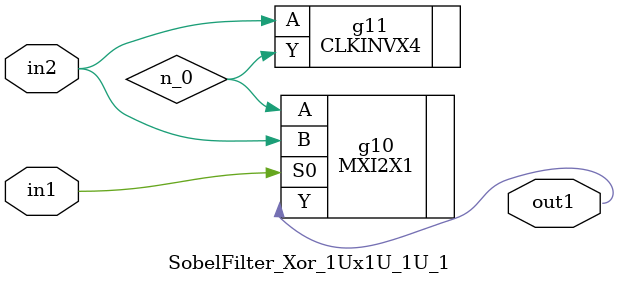
<source format=v>
`timescale 1ps / 1ps


module SobelFilter_Xor_1Ux1U_1U_1(in2, in1, out1);
  input in2, in1;
  output out1;
  wire in2, in1;
  wire out1;
  wire n_0;
  MXI2X1 g10(.A (n_0), .B (in2), .S0 (in1), .Y (out1));
  CLKINVX4 g11(.A (in2), .Y (n_0));
endmodule



</source>
